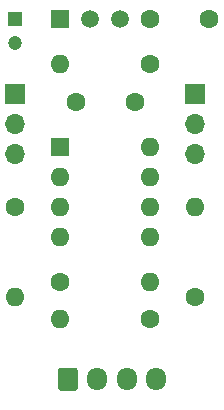
<source format=gts>
G04 #@! TF.GenerationSoftware,KiCad,Pcbnew,(5.1.8)-1*
G04 #@! TF.CreationDate,2023-09-30T03:10:54+02:00*
G04 #@! TF.ProjectId,RC Exhaust System RGB,52432045-7868-4617-9573-742053797374,rev?*
G04 #@! TF.SameCoordinates,Original*
G04 #@! TF.FileFunction,Soldermask,Top*
G04 #@! TF.FilePolarity,Negative*
%FSLAX46Y46*%
G04 Gerber Fmt 4.6, Leading zero omitted, Abs format (unit mm)*
G04 Created by KiCad (PCBNEW (5.1.8)-1) date 2023-09-30 03:10:54*
%MOMM*%
%LPD*%
G01*
G04 APERTURE LIST*
%ADD10C,1.600000*%
%ADD11O,1.600000X1.600000*%
%ADD12O,1.700000X1.700000*%
%ADD13R,1.700000X1.700000*%
%ADD14R,1.600000X1.600000*%
%ADD15R,1.200000X1.200000*%
%ADD16C,1.200000*%
%ADD17C,1.500000*%
%ADD18R,1.500000X1.500000*%
%ADD19O,1.700000X1.950000*%
G04 APERTURE END LIST*
D10*
X84455000Y-76835000D03*
X89455000Y-76835000D03*
X78185000Y-83820000D03*
X83185000Y-83820000D03*
X76835000Y-99060000D03*
D11*
X84455000Y-99060000D03*
X88265000Y-92710000D03*
D10*
X88265000Y-100330000D03*
D12*
X88265000Y-88265000D03*
X88265000Y-85725000D03*
D13*
X88265000Y-83185000D03*
D14*
X76835000Y-87630000D03*
D11*
X84455000Y-95250000D03*
X76835000Y-90170000D03*
X84455000Y-92710000D03*
X76835000Y-92710000D03*
X84455000Y-90170000D03*
X76835000Y-95250000D03*
X84455000Y-87630000D03*
D15*
X73025000Y-76835000D03*
D16*
X73025000Y-78835000D03*
D13*
X73025000Y-83185000D03*
D12*
X73025000Y-85725000D03*
X73025000Y-88265000D03*
D17*
X79375000Y-76835000D03*
X81915000Y-76835000D03*
D18*
X76835000Y-76835000D03*
D10*
X84455000Y-102235000D03*
D11*
X76835000Y-102235000D03*
X76835000Y-80645000D03*
D10*
X84455000Y-80645000D03*
X73025000Y-92710000D03*
D11*
X73025000Y-100330000D03*
G36*
G01*
X76620000Y-108040000D02*
X76620000Y-106590000D01*
G75*
G02*
X76870000Y-106340000I250000J0D01*
G01*
X78070000Y-106340000D01*
G75*
G02*
X78320000Y-106590000I0J-250000D01*
G01*
X78320000Y-108040000D01*
G75*
G02*
X78070000Y-108290000I-250000J0D01*
G01*
X76870000Y-108290000D01*
G75*
G02*
X76620000Y-108040000I0J250000D01*
G01*
G37*
D19*
X79970000Y-107315000D03*
X82470000Y-107315000D03*
X84970000Y-107315000D03*
M02*

</source>
